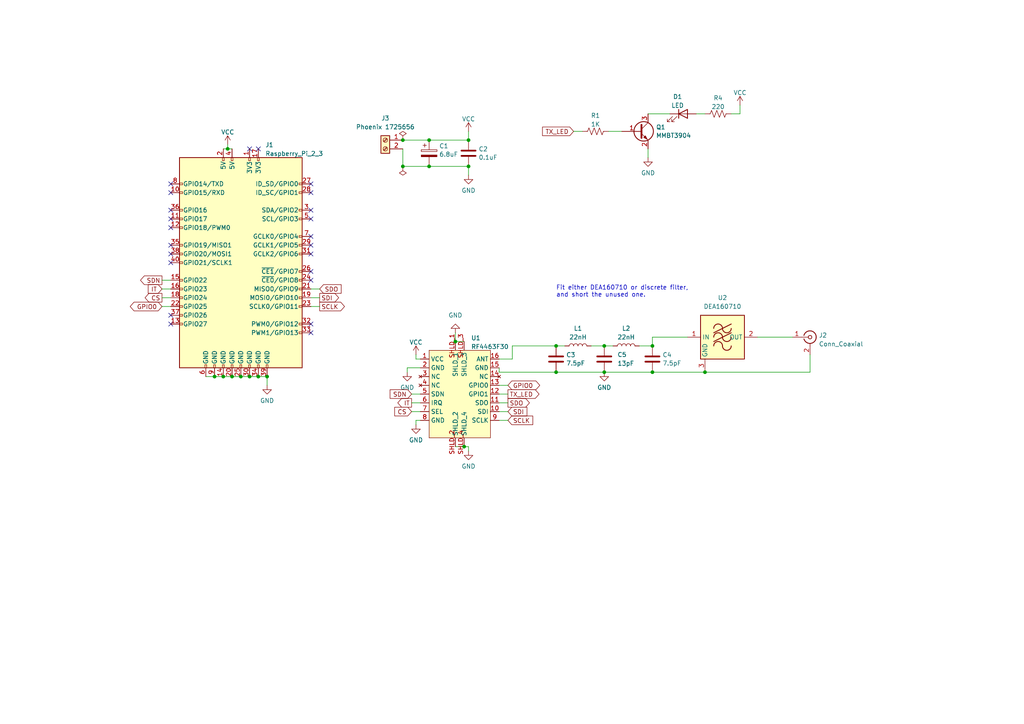
<source format=kicad_sch>
(kicad_sch (version 20230121) (generator eeschema)
  (paper "A4")
  (title_block (date "2023-12-28") (comment 1 "LPF added by HB9EGM"))
  (lib_symbols
    (symbol "Connector:Conn_Coaxial" (pin_names (offset 1.016) hide)
      (property "Reference" "J" (at 0.254 3.048 0))
      (property "Value" "Conn_Coaxial" (at 2.921 0 90))
      (symbol "Conn_Coaxial_0_1"
        (arc (start -1.778 -0.508) (mid 0.2311 -1.8066) (end 1.778 0) (stroke (width 0.254)))
        (polyline (pts (xy -2.54 0) (xy -0.508 0)))
        (polyline (pts (xy 0 -2.54) (xy 0 -1.778)))
        (circle (center 0 0) (radius 0.508) (stroke (width 0.2032)))
        (arc (start 1.778 0) (mid 0.2099 1.8101) (end -1.778 0.508) (stroke (width 0.254)))
      )
      (symbol "Conn_Coaxial_1_1"
        (pin passive line (at -5.08 0 0) (length 2.54) (name "In") (number "1"))
        (pin passive line (at 0 -5.08 90) (length 2.54) (name "Ext") (number "2"))
      )
    )
    (symbol "Connector:Raspberry_Pi_2_3" (pin_names (offset 1.016))
      (property "Reference" "J" (at -17.78 31.75 0))
      (property "Value" "Raspberry_Pi_2_3" (at 10.16 -31.75 0))
      (symbol "Raspberry_Pi_2_3_0_1"
        (rectangle (start -17.78 30.48) (end 17.78 -30.48) (stroke (width 0.254)) (fill (type background)))
      )
      (symbol "Raspberry_Pi_2_3_1_1"
        (rectangle (start -16.891 -17.526) (end -17.78 -18.034))
        (rectangle (start -16.891 -14.986) (end -17.78 -15.494))
        (rectangle (start -16.891 -12.446) (end -17.78 -12.954))
        (rectangle (start -16.891 -9.906) (end -17.78 -10.414))
        (rectangle (start -16.891 -7.366) (end -17.78 -7.874))
        (rectangle (start -16.891 -4.826) (end -17.78 -5.334))
        (rectangle (start -16.891 0.254) (end -17.78 -0.254))
        (rectangle (start -16.891 2.794) (end -17.78 2.286))
        (rectangle (start -16.891 5.334) (end -17.78 4.826))
        (rectangle (start -16.891 10.414) (end -17.78 9.906))
        (rectangle (start -16.891 12.954) (end -17.78 12.446))
        (rectangle (start -16.891 15.494) (end -17.78 14.986))
        (rectangle (start -16.891 20.574) (end -17.78 20.066))
        (rectangle (start -16.891 23.114) (end -17.78 22.606))
        (rectangle (start -10.414 -29.591) (end -9.906 -30.48))
        (rectangle (start -7.874 -29.591) (end -7.366 -30.48))
        (rectangle (start -5.334 -29.591) (end -4.826 -30.48))
        (rectangle (start -5.334 30.48) (end -4.826 29.591))
        (rectangle (start -2.794 -29.591) (end -2.286 -30.48))
        (rectangle (start -2.794 30.48) (end -2.286 29.591))
        (rectangle (start -0.254 -29.591) (end 0.254 -30.48))
        (rectangle (start 2.286 -29.591) (end 2.794 -30.48))
        (rectangle (start 2.286 30.48) (end 2.794 29.591))
        (rectangle (start 4.826 -29.591) (end 5.334 -30.48))
        (rectangle (start 4.826 30.48) (end 5.334 29.591))
        (rectangle (start 7.366 -29.591) (end 7.874 -30.48))
        (rectangle (start 17.78 -20.066) (end 16.891 -20.574))
        (rectangle (start 17.78 -17.526) (end 16.891 -18.034))
        (rectangle (start 17.78 -12.446) (end 16.891 -12.954))
        (rectangle (start 17.78 -9.906) (end 16.891 -10.414))
        (rectangle (start 17.78 -7.366) (end 16.891 -7.874))
        (rectangle (start 17.78 -4.826) (end 16.891 -5.334))
        (rectangle (start 17.78 -2.286) (end 16.891 -2.794))
        (rectangle (start 17.78 2.794) (end 16.891 2.286))
        (rectangle (start 17.78 5.334) (end 16.891 4.826))
        (rectangle (start 17.78 7.874) (end 16.891 7.366))
        (rectangle (start 17.78 12.954) (end 16.891 12.446))
        (rectangle (start 17.78 15.494) (end 16.891 14.986))
        (rectangle (start 17.78 20.574) (end 16.891 20.066))
        (rectangle (start 17.78 23.114) (end 16.891 22.606))
        (pin power_in line (at 2.54 33.02 270) (length 2.54) (name "3V3") (number "1"))
        (pin bidirectional line (at -20.32 20.32 0) (length 2.54) (name "GPIO15/RXD") (number "10"))
        (pin bidirectional line (at -20.32 12.7 0) (length 2.54) (name "GPIO17") (number "11"))
        (pin bidirectional line (at -20.32 10.16 0) (length 2.54) (name "GPIO18/PWM0") (number "12"))
        (pin bidirectional line (at -20.32 -17.78 0) (length 2.54) (name "GPIO27") (number "13"))
        (pin power_in line (at -5.08 -33.02 90) (length 2.54) (name "GND") (number "14"))
        (pin bidirectional line (at -20.32 -5.08 0) (length 2.54) (name "GPIO22") (number "15"))
        (pin bidirectional line (at -20.32 -7.62 0) (length 2.54) (name "GPIO23") (number "16"))
        (pin power_in line (at 5.08 33.02 270) (length 2.54) (name "3V3") (number "17"))
        (pin bidirectional line (at -20.32 -10.16 0) (length 2.54) (name "GPIO24") (number "18"))
        (pin bidirectional line (at 20.32 -10.16 180) (length 2.54) (name "MOSI0/GPIO10") (number "19"))
        (pin power_in line (at -5.08 33.02 270) (length 2.54) (name "5V") (number "2"))
        (pin power_in line (at -2.54 -33.02 90) (length 2.54) (name "GND") (number "20"))
        (pin bidirectional line (at 20.32 -7.62 180) (length 2.54) (name "MISO0/GPIO9") (number "21"))
        (pin bidirectional line (at -20.32 -12.7 0) (length 2.54) (name "GPIO25") (number "22"))
        (pin bidirectional line (at 20.32 -12.7 180) (length 2.54) (name "SCLK0/GPIO11") (number "23"))
        (pin bidirectional line (at 20.32 -5.08 180) (length 2.54) (name "~{CE0}/GPIO8") (number "24"))
        (pin power_in line (at 0 -33.02 90) (length 2.54) (name "GND") (number "25"))
        (pin bidirectional line (at 20.32 -2.54 180) (length 2.54) (name "~{CE1}/GPIO7") (number "26"))
        (pin bidirectional line (at 20.32 22.86 180) (length 2.54) (name "ID_SD/GPIO0") (number "27"))
        (pin bidirectional line (at 20.32 20.32 180) (length 2.54) (name "ID_SC/GPIO1") (number "28"))
        (pin bidirectional line (at 20.32 5.08 180) (length 2.54) (name "GCLK1/GPIO5") (number "29"))
        (pin bidirectional line (at 20.32 15.24 180) (length 2.54) (name "SDA/GPIO2") (number "3"))
        (pin power_in line (at 2.54 -33.02 90) (length 2.54) (name "GND") (number "30"))
        (pin bidirectional line (at 20.32 2.54 180) (length 2.54) (name "GCLK2/GPIO6") (number "31"))
        (pin bidirectional line (at 20.32 -17.78 180) (length 2.54) (name "PWM0/GPIO12") (number "32"))
        (pin bidirectional line (at 20.32 -20.32 180) (length 2.54) (name "PWM1/GPIO13") (number "33"))
        (pin power_in line (at 5.08 -33.02 90) (length 2.54) (name "GND") (number "34"))
        (pin bidirectional line (at -20.32 5.08 0) (length 2.54) (name "GPIO19/MISO1") (number "35"))
        (pin bidirectional line (at -20.32 15.24 0) (length 2.54) (name "GPIO16") (number "36"))
        (pin bidirectional line (at -20.32 -15.24 0) (length 2.54) (name "GPIO26") (number "37"))
        (pin bidirectional line (at -20.32 2.54 0) (length 2.54) (name "GPIO20/MOSI1") (number "38"))
        (pin power_in line (at 7.62 -33.02 90) (length 2.54) (name "GND") (number "39"))
        (pin power_in line (at -2.54 33.02 270) (length 2.54) (name "5V") (number "4"))
        (pin bidirectional line (at -20.32 0 0) (length 2.54) (name "GPIO21/SCLK1") (number "40"))
        (pin bidirectional line (at 20.32 12.7 180) (length 2.54) (name "SCL/GPIO3") (number "5"))
        (pin power_in line (at -10.16 -33.02 90) (length 2.54) (name "GND") (number "6"))
        (pin bidirectional line (at 20.32 7.62 180) (length 2.54) (name "GCLK0/GPIO4") (number "7"))
        (pin bidirectional line (at -20.32 22.86 0) (length 2.54) (name "GPIO14/TXD") (number "8"))
        (pin power_in line (at -7.62 -33.02 90) (length 2.54) (name "GND") (number "9"))
      )
    )
    (symbol "Connector:Screw_Terminal_01x02" (pin_names (offset 1.016) hide)
      (property "Reference" "J" (at 0 2.54 0))
      (property "Value" "Screw_Terminal_01x02" (at 0 -5.08 0))
      (symbol "Screw_Terminal_01x02_1_1"
        (rectangle (start -1.27 1.27) (end 1.27 -3.81) (stroke (width 0.254)) (fill (type background)))
        (circle (center 0 -2.54) (radius 0.635) (stroke (width 0.1524)))
        (polyline (pts (xy -0.5334 -2.2098) (xy 0.3302 -3.048)) (stroke (width 0.1524)))
        (polyline (pts (xy -0.5334 0.3302) (xy 0.3302 -0.508)) (stroke (width 0.1524)))
        (polyline (pts (xy -0.3556 -2.032) (xy 0.508 -2.8702)) (stroke (width 0.1524)))
        (polyline (pts (xy -0.3556 0.508) (xy 0.508 -0.3302)) (stroke (width 0.1524)))
        (circle (center 0 0) (radius 0.635) (stroke (width 0.1524)))
        (pin passive line (at -5.08 0 0) (length 3.81) (name "Pin_1") (number "1"))
        (pin passive line (at -5.08 -2.54 0) (length 3.81) (name "Pin_2") (number "2"))
      )
    )
    (symbol "Device:C" (pin_numbers hide) (pin_names (offset 0.254))
      (property "Reference" "C" (at 0.635 2.54 0))
      (property "Value" "C" (at 0.635 -2.54 0))
      (symbol "C_0_1"
        (polyline (pts (xy -2.032 -0.762) (xy 2.032 -0.762)) (stroke (width 0.508)))
        (polyline (pts (xy -2.032 0.762) (xy 2.032 0.762)) (stroke (width 0.508)))
      )
      (symbol "C_1_1"
        (pin passive line (at 0 3.81 270) (length 2.794) (name "~") (number "1"))
        (pin passive line (at 0 -3.81 90) (length 2.794) (name "~") (number "2"))
      )
    )
    (symbol "Device:C_Polarized" (pin_numbers hide) (pin_names (offset 0.254))
      (property "Reference" "C" (at 0.635 2.54 0))
      (property "Value" "C_Polarized" (at 0.635 -2.54 0))
      (symbol "C_Polarized_0_1"
        (rectangle (start -2.286 0.508) (end 2.286 1.016))
        (polyline (pts (xy -1.778 2.286) (xy -0.762 2.286)))
        (polyline (pts (xy -1.27 2.794) (xy -1.27 1.778)))
        (rectangle (start 2.286 -0.508) (end -2.286 -1.016) (fill (type outline)))
      )
      (symbol "C_Polarized_1_1"
        (pin passive line (at 0 3.81 270) (length 2.794) (name "~") (number "1"))
        (pin passive line (at 0 -3.81 90) (length 2.794) (name "~") (number "2"))
      )
    )
    (symbol "Device:L" (pin_numbers hide) (pin_names (offset 1.016) hide)
      (property "Reference" "L" (at -1.27 0 90))
      (property "Value" "L" (at 1.905 0 90))
      (symbol "L_0_1"
        (arc (start 0 -2.54) (mid 0.6323 -1.905) (end 0 -1.27))
        (arc (start 0 -1.27) (mid 0.6323 -0.635) (end 0 0))
        (arc (start 0 0) (mid 0.6323 0.635) (end 0 1.27))
        (arc (start 0 1.27) (mid 0.6323 1.905) (end 0 2.54))
      )
      (symbol "L_1_1"
        (pin passive line (at 0 3.81 270) (length 1.27) (name "1") (number "1"))
        (pin passive line (at 0 -3.81 90) (length 1.27) (name "2") (number "2"))
      )
    )
    (symbol "Device:LED" (pin_numbers hide) (pin_names (offset 1.016) hide)
      (property "Reference" "D" (at 0 2.54 0))
      (property "Value" "LED" (at 0 -2.54 0))
      (symbol "LED_0_1"
        (polyline (pts (xy -1.27 -1.27) (xy -1.27 1.27)) (stroke (width 0.254)))
        (polyline (pts (xy -1.27 0) (xy 1.27 0)))
        (polyline (pts (xy 1.27 -1.27) (xy 1.27 1.27) (xy -1.27 0) (xy 1.27 -1.27)) (stroke (width 0.254)))
        (polyline (pts (xy -3.048 -0.762) (xy -4.572 -2.286) (xy -3.81 -2.286) (xy -4.572 -2.286) (xy -4.572 -1.524)))
        (polyline (pts (xy -1.778 -0.762) (xy -3.302 -2.286) (xy -2.54 -2.286) (xy -3.302 -2.286) (xy -3.302 -1.524)))
      )
      (symbol "LED_1_1"
        (pin passive line (at -3.81 0 0) (length 2.54) (name "K") (number "1"))
        (pin passive line (at 3.81 0 180) (length 2.54) (name "A") (number "2"))
      )
    )
    (symbol "Device:R_US" (pin_numbers hide) (pin_names (offset 0))
      (property "Reference" "R" (at 2.54 0 90))
      (property "Value" "R_US" (at -2.54 0 90))
      (symbol "R_US_0_1"
        (polyline (pts (xy 0 -2.286) (xy 0 -2.54)))
        (polyline (pts (xy 0 2.286) (xy 0 2.54)))
        (polyline (pts (xy 0 -0.762) (xy 1.016 -1.143) (xy 0 -1.524) (xy -1.016 -1.905) (xy 0 -2.286)))
        (polyline (pts (xy 0 0.762) (xy 1.016 0.381) (xy 0 0) (xy -1.016 -0.381) (xy 0 -0.762)))
        (polyline (pts (xy 0 2.286) (xy 1.016 1.905) (xy 0 1.524) (xy -1.016 1.143) (xy 0 0.762)))
      )
      (symbol "R_US_1_1"
        (pin passive line (at 0 3.81 270) (length 1.27) (name "~") (number "1"))
        (pin passive line (at 0 -3.81 90) (length 1.27) (name "~") (number "2"))
      )
    )
    (symbol "Transistor_BJT:MMBT3904" (pin_names (offset 0) hide)
      (property "Reference" "Q" (at 5.08 1.905 0))
      (property "Value" "MMBT3904" (at 5.08 0 0))
      (symbol "MMBT3904_0_1"
        (polyline (pts (xy 0.635 0.635) (xy 2.54 2.54)))
        (polyline (pts (xy 0.635 -0.635) (xy 2.54 -2.54) (xy 2.54 -2.54)))
        (polyline (pts (xy 0.635 1.905) (xy 0.635 -1.905) (xy 0.635 -1.905)) (stroke (width 0.508)))
        (polyline (pts (xy 1.27 -1.778) (xy 1.778 -1.27) (xy 2.286 -2.286) (xy 1.27 -1.778) (xy 1.27 -1.778)) (fill (type outline)))
        (circle (center 1.27 0) (radius 2.8194) (stroke (width 0.254)))
      )
      (symbol "MMBT3904_1_1"
        (pin input line (at -5.08 0 0) (length 5.715) (name "B") (number "1"))
        (pin passive line (at 2.54 -5.08 90) (length 2.54) (name "E") (number "2"))
        (pin passive line (at 2.54 5.08 270) (length 2.54) (name "C") (number "3"))
      )
    )
    (symbol "pi-transceiver:DEA160710"
      (property "Reference" "U" (at 0 10.16 0))
      (property "Value" "DEA160710" (at 0 7.62 0))
      (symbol "DEA160710_0_1"
        (rectangle (start -6.35 6.35) (end 6.35 -6.35) (stroke (width 0.254)) (fill (type background)))
        (arc (start 0 -2.54) (mid -1.27 -1.2755) (end -2.54 -2.54) (stroke (width 0.254)))
        (arc (start 0 -2.54) (mid 1.27 -3.8045) (end 2.54 -2.54) (stroke (width 0.254)))
        (arc (start 0 0) (mid -1.27 1.2645) (end -2.54 0) (stroke (width 0.254)))
        (polyline (pts (xy -2.54 -1.27) (xy 2.54 1.27)) (stroke (width 0.254)))
        (polyline (pts (xy -2.54 1.27) (xy 2.54 3.81)) (stroke (width 0.254)))
        (arc (start 0 0) (mid 1.27 -1.2645) (end 2.54 0) (stroke (width 0.254)))
        (arc (start 0 2.54) (mid -1.27 3.8045) (end -2.54 2.54) (stroke (width 0.254)))
        (arc (start 0 2.54) (mid 1.27 1.2755) (end 2.54 2.54) (stroke (width 0.254)))
      )
      (symbol "DEA160710_1_1"
        (pin input line (at -10.16 0 0) (length 3.81) (name "IN") (number "1"))
        (pin output line (at 10.16 0 180) (length 3.81) (name "OUT") (number "2"))
        (pin power_in line (at -5.08 -10.16 90) (length 3.81) (name "GND") (number "3"))
      )
    )
    (symbol "power:GND" (power) (pin_names (offset 0))
      (property "Value" "GND" (at 0 -3.81 0))
      (symbol "GND_0_1"
        (polyline (pts (xy 0 0) (xy 0 -1.27) (xy 1.27 -1.27) (xy 0 -2.54) (xy -1.27 -1.27) (xy 0 -1.27)))
      )
      (symbol "GND_1_1"
        (pin power_in line (at 0 0 270) (length 0) hide (name "GND") (number "1"))
      )
    )
    (symbol "power:PWR_FLAG" (power) (pin_numbers hide) (pin_names (offset 0) hide)
      (property "Value" "PWR_FLAG" (at 0 3.81 0))
      (symbol "PWR_FLAG_0_0"
        (pin power_out line (at 0 0 90) (length 0) (name "pwr") (number "1"))
      )
      (symbol "PWR_FLAG_0_1"
        (polyline (pts (xy 0 0) (xy 0 1.27) (xy -1.016 1.905) (xy 0 2.54) (xy 1.016 1.905) (xy 0 1.27)))
      )
    )
    (symbol "power:VCC" (power) (pin_names (offset 0))
      (property "Value" "VCC" (at 0 3.81 0))
      (symbol "VCC_0_1"
        (polyline (pts (xy -0.762 1.27) (xy 0 2.54)))
        (polyline (pts (xy 0 0) (xy 0 2.54)))
        (polyline (pts (xy 0 2.54) (xy 0.762 1.27)))
      )
      (symbol "VCC_1_1"
        (pin power_in line (at 0 0 90) (length 0) hide (name "VCC") (number "1"))
      )
    )
    (symbol "scd31:RF4463F30"
      (property "Reference" "U" (at -6.35 16.51 0))
      (property "Value" "RF4463F30" (at 10.16 16.51 0))
      (symbol "RF4463F30_0_1"
        (rectangle (start -7.62 15.24) (end 10.16 -10.16) (fill (type background)))
      )
      (symbol "RF4463F30_1_1"
        (pin power_in line (at -10.16 12.7 0) (length 2.54) (name "VCC") (number "1"))
        (pin input line (at 12.7 -2.54 180) (length 2.54) (name "SDI") (number "10"))
        (pin output line (at 12.7 0 180) (length 2.54) (name "SDO") (number "11"))
        (pin bidirectional line (at 12.7 2.54 180) (length 2.54) (name "GPIO1") (number "12"))
        (pin bidirectional line (at 12.7 5.08 180) (length 2.54) (name "GPIO0") (number "13"))
        (pin no_connect line (at 12.7 7.62 180) (length 2.54) (name "NC") (number "14"))
        (pin power_in line (at 12.7 10.16 180) (length 2.54) (name "GND") (number "15"))
        (pin output line (at 12.7 12.7 180) (length 2.54) (name "ANT") (number "16"))
        (pin power_in line (at -10.16 10.16 0) (length 2.54) (name "GND") (number "2"))
        (pin no_connect line (at -10.16 7.62 0) (length 2.54) (name "NC") (number "3"))
        (pin no_connect line (at -10.16 5.08 0) (length 2.54) (name "NC") (number "4"))
        (pin input line (at -10.16 2.54 0) (length 2.54) (name "SDN") (number "5"))
        (pin output line (at -10.16 0 0) (length 2.54) (name "IRQ") (number "6"))
        (pin input line (at -10.16 -2.54 0) (length 2.54) (name "SEL") (number "7"))
        (pin power_in line (at -10.16 -5.08 0) (length 2.54) (name "GND") (number "8"))
        (pin input line (at 12.7 -5.08 180) (length 2.54) (name "SCLK") (number "9"))
        (pin power_in line (at 0 17.78 270) (length 2.54) (name "SHLD_1") (number "SHLD_1"))
        (pin power_in line (at 0 -12.7 90) (length 2.54) (name "SHLD_2") (number "SHLD_2"))
        (pin power_in line (at 2.54 17.78 270) (length 2.54) (name "SHLD_3") (number "SHLD_3"))
        (pin power_in line (at 2.54 -12.7 90) (length 2.54) (name "SHLD_4") (number "SHLD_4"))
      )
    )
  )
  (junction (at 175.26 100.33))
  (junction (at 204.47 107.95))
  (junction (at 161.29 107.95))
  (junction (at 189.23 107.95))
  (junction (at 69.85 109.22))
  (junction (at 161.29 100.33))
  (junction (at 135.89 48.26))
  (junction (at 124.46 40.64))
  (junction (at 74.93 109.22))
  (junction (at 134.62 129.54))
  (junction (at 189.23 100.33))
  (junction (at 67.31 109.22))
  (junction (at 132.08 99.06))
  (junction (at 66.04 43.18))
  (junction (at 175.26 107.95))
  (junction (at 124.46 48.26))
  (junction (at 72.39 109.22))
  (junction (at 116.84 40.64))
  (junction (at 64.77 109.22))
  (junction (at 62.23 109.22))
  (junction (at 135.89 40.64))
  (junction (at 77.47 109.22))
  (junction (at 116.84 48.26))
  (no_connect (at 49.53 71.12))
  (no_connect (at 72.39 43.18))
  (no_connect (at 90.17 96.52))
  (no_connect (at 90.17 60.96))
  (no_connect (at 90.17 53.34))
  (no_connect (at 49.53 91.44))
  (no_connect (at 90.17 78.74))
  (no_connect (at 49.53 76.2))
  (no_connect (at 90.17 81.28))
  (no_connect (at 90.17 93.98))
  (no_connect (at 49.53 55.88))
  (no_connect (at 90.17 73.66))
  (no_connect (at 90.17 71.12))
  (no_connect (at 49.53 53.34))
  (no_connect (at 49.53 60.96))
  (no_connect (at 49.53 63.5))
  (no_connect (at 90.17 68.58))
  (no_connect (at 49.53 66.04))
  (no_connect (at 49.53 73.66))
  (no_connect (at 49.53 93.98))
  (no_connect (at 90.17 63.5))
  (no_connect (at 74.93 43.18))
  (no_connect (at 90.17 55.88))
  (wire (pts (xy 59.69 109.22) (xy 62.23 109.22)))
  (wire (pts (xy 46.99 81.28) (xy 49.53 81.28)))
  (wire (pts (xy 219.71 97.79) (xy 229.87 97.79)))
  (wire (pts (xy 90.17 86.36) (xy 92.71 86.36)))
  (wire (pts (xy 77.47 109.22) (xy 77.47 111.76)))
  (wire (pts (xy 175.26 107.95) (xy 189.23 107.95)))
  (wire (pts (xy 201.93 33.02) (xy 204.47 33.02)))
  (wire (pts (xy 118.11 106.68) (xy 118.11 107.95)))
  (wire (pts (xy 132.08 129.54) (xy 134.62 129.54)))
  (wire (pts (xy 234.95 107.95) (xy 234.95 102.87)))
  (wire (pts (xy 144.78 104.14) (xy 148.59 104.14)))
  (wire (pts (xy 124.46 40.64) (xy 135.89 40.64)))
  (wire (pts (xy 66.04 43.18) (xy 64.77 43.18)))
  (wire (pts (xy 119.38 119.38) (xy 121.92 119.38)))
  (wire (pts (xy 132.08 99.06) (xy 134.62 99.06)))
  (wire (pts (xy 124.46 48.26) (xy 135.89 48.26)))
  (wire (pts (xy 64.77 109.22) (xy 67.31 109.22)))
  (wire (pts (xy 187.96 43.18) (xy 187.96 45.72)))
  (wire (pts (xy 212.09 33.02) (xy 214.63 33.02)))
  (wire (pts (xy 120.65 104.14) (xy 120.65 102.87)))
  (wire (pts (xy 144.78 107.95) (xy 144.78 106.68)))
  (wire (pts (xy 144.78 121.92) (xy 147.32 121.92)))
  (wire (pts (xy 46.99 86.36) (xy 49.53 86.36)))
  (wire (pts (xy 166.37 38.1) (xy 168.91 38.1)))
  (wire (pts (xy 69.85 109.22) (xy 72.39 109.22)))
  (wire (pts (xy 120.65 121.92) (xy 120.65 123.19)))
  (wire (pts (xy 62.23 109.22) (xy 64.77 109.22)))
  (wire (pts (xy 144.78 111.76) (xy 147.32 111.76)))
  (wire (pts (xy 144.78 107.95) (xy 161.29 107.95)))
  (wire (pts (xy 144.78 119.38) (xy 147.32 119.38)))
  (wire (pts (xy 135.89 129.54) (xy 135.89 130.81)))
  (wire (pts (xy 46.99 88.9) (xy 49.53 88.9)))
  (wire (pts (xy 171.45 100.33) (xy 175.26 100.33)))
  (wire (pts (xy 90.17 88.9) (xy 92.71 88.9)))
  (wire (pts (xy 134.62 129.54) (xy 135.89 129.54)))
  (wire (pts (xy 119.38 114.3) (xy 121.92 114.3)))
  (wire (pts (xy 175.26 100.33) (xy 177.8 100.33)))
  (wire (pts (xy 148.59 100.33) (xy 161.29 100.33)))
  (wire (pts (xy 161.29 107.95) (xy 175.26 107.95)))
  (wire (pts (xy 116.84 40.64) (xy 124.46 40.64)))
  (wire (pts (xy 67.31 109.22) (xy 69.85 109.22)))
  (wire (pts (xy 144.78 114.3) (xy 147.32 114.3)))
  (wire (pts (xy 66.04 41.91) (xy 66.04 43.18)))
  (wire (pts (xy 90.17 83.82) (xy 92.71 83.82)))
  (wire (pts (xy 121.92 121.92) (xy 120.65 121.92)))
  (wire (pts (xy 121.92 104.14) (xy 120.65 104.14)))
  (wire (pts (xy 148.59 104.14) (xy 148.59 100.33)))
  (wire (pts (xy 119.38 116.84) (xy 121.92 116.84)))
  (wire (pts (xy 135.89 38.1) (xy 135.89 40.64)))
  (wire (pts (xy 74.93 109.22) (xy 77.47 109.22)))
  (wire (pts (xy 189.23 100.33) (xy 189.23 97.79)))
  (wire (pts (xy 214.63 30.48) (xy 214.63 33.02)))
  (wire (pts (xy 67.31 43.18) (xy 66.04 43.18)))
  (wire (pts (xy 144.78 116.84) (xy 147.32 116.84)))
  (wire (pts (xy 204.47 107.95) (xy 234.95 107.95)))
  (wire (pts (xy 135.89 48.26) (xy 135.89 50.8)))
  (wire (pts (xy 116.84 43.18) (xy 116.84 48.26)))
  (wire (pts (xy 72.39 109.22) (xy 74.93 109.22)))
  (wire (pts (xy 46.99 83.82) (xy 49.53 83.82)))
  (wire (pts (xy 121.92 106.68) (xy 118.11 106.68)))
  (wire (pts (xy 189.23 107.95) (xy 204.47 107.95)))
  (wire (pts (xy 132.08 99.06) (xy 132.08 96.52)))
  (wire (pts (xy 185.42 100.33) (xy 189.23 100.33)))
  (wire (pts (xy 187.96 33.02) (xy 194.31 33.02)))
  (wire (pts (xy 189.23 97.79) (xy 199.39 97.79)))
  (wire (pts (xy 176.53 38.1) (xy 180.34 38.1)))
  (wire (pts (xy 116.84 48.26) (xy 124.46 48.26)))
  (wire (pts (xy 161.29 100.33) (xy 163.83 100.33)))
  (text "Fit either DEA160710 or discrete filter,\nand short the unused one." (at 161.29 86.36 0) (effects (font (size 1.27 1.27)) (justify left bottom)))
  (global_label "SDO" (shape output) (at 147.32 116.84 0) (property "Intersheetrefs" "${INTERSHEET_REFS}" (effects hide)))
  (global_label "CS" (shape input) (at 119.38 119.38 180) (property "Intersheetrefs" "${INTERSHEET_REFS}" (effects hide)))
  (global_label "SDO" (shape input) (at 92.71 83.82 0) (property "Intersheetrefs" "${INTERSHEET_REFS}" (effects hide)))
  (global_label "GPIO0" (shape bidirectional) (at 147.32 111.76 0) (property "Intersheetrefs" "${INTERSHEET_REFS}" (effects hide)))
  (global_label "TX_LED" (shape input) (at 166.37 38.1 180) (property "Intersheetrefs" "${INTERSHEET_REFS}" (effects hide)))
  (global_label "SDN" (shape input) (at 119.38 114.3 180) (property "Intersheetrefs" "${INTERSHEET_REFS}" (effects hide)))
  (global_label "IT" (shape output) (at 119.38 116.84 180) (property "Intersheetrefs" "${INTERSHEET_REFS}" (effects hide)))
  (global_label "SDN" (shape output) (at 46.99 81.28 180) (property "Intersheetrefs" "${INTERSHEET_REFS}" (effects hide)))
  (global_label "IT" (shape input) (at 46.99 83.82 180) (property "Intersheetrefs" "${INTERSHEET_REFS}" (effects hide)))
  (global_label "SDI" (shape output) (at 92.71 86.36 0) (property "Intersheetrefs" "${INTERSHEET_REFS}" (effects hide)))
  (global_label "SDI" (shape input) (at 147.32 119.38 0) (property "Intersheetrefs" "${INTERSHEET_REFS}" (effects hide)))
  (global_label "SCLK" (shape input) (at 147.32 121.92 0) (property "Intersheetrefs" "${INTERSHEET_REFS}" (effects hide)))
  (global_label "GPIO0" (shape bidirectional) (at 46.99 88.9 180) (property "Intersheetrefs" "${INTERSHEET_REFS}" (effects hide)))
  (global_label "TX_LED" (shape output) (at 147.32 114.3 0) (property "Intersheetrefs" "${INTERSHEET_REFS}" (effects hide)))
  (global_label "CS" (shape output) (at 46.99 86.36 180) (property "Intersheetrefs" "${INTERSHEET_REFS}" (effects hide)))
  (global_label "SCLK" (shape output) (at 92.71 88.9 0) (property "Intersheetrefs" "${INTERSHEET_REFS}" (effects hide)))
  (symbol (lib_id "Device:R_US") (at 208.28 33.02 90) (unit 1)
    (property "Reference" "R4" (at 208.28 28.4312 90))
    (property "Value" "220" (at 208.28 30.9681 90))
    (property "Footprint" "Resistor_SMD:R_0603_1608Metric" (effects hide))
  )
  (symbol (lib_id "Connector:Raspberry_Pi_2_3") (at 69.85 76.2 0) (unit 1)
    (property "Reference" "J1" (at 76.9494 42.0202 0) (effects (justify left)))
    (property "Value" "Raspberry_Pi_2_3" (at 76.9494 44.5571 0) (effects (justify left)))
    (property "Footprint" "Module:Raspberry_Pi_Zero_Socketed_THT_FaceDown_MountingHoles" (effects hide))
    (property "Datasheet" "https://www.raspberrypi.org/documentation/hardware/raspberrypi/schematics/rpi_SCH_3bplus_1p0_reduced.pdf" (effects hide))
  )
  (symbol (lib_id "pi-transceiver:DEA160710") (at 209.55 97.79 0) (unit 1)
    (property "Reference" "U2" (at 209.55 86.36 0))
    (property "Value" "DEA160710" (at 209.55 88.9 0))
    (property "Footprint" "pi-transceiver:DEA160710LT_HandSolder" (effects hide))
  )
  (symbol (lib_id "power:GND") (at 187.96 45.72 0) (unit 1)
    (property "Reference" "#PWR0101" (effects hide))
    (property "Value" "GND" (at 187.96 50.1634 0))
  )
  (symbol (lib_id "Device:C") (at 175.26 104.14 0) (unit 1)
    (property "Reference" "C5" (at 179.07 102.87 0) (effects (justify left)))
    (property "Value" "13pF" (at 179.07 105.41 0) (effects (justify left)))
    (property "Footprint" "Capacitor_SMD:C_0603_1608Metric" (effects hide))
  )
  (symbol (lib_id "power:VCC") (at 66.04 41.91 0) (unit 1)
    (property "Reference" "#PWR0105" (effects hide))
    (property "Value" "VCC" (at 66.04 38.3342 0))
  )
  (symbol (lib_id "power:VCC") (at 214.63 30.48 0) (unit 1)
    (property "Reference" "#PWR0102" (effects hide))
    (property "Value" "VCC" (at 214.63 26.9042 0))
  )
  (symbol (lib_id "power:PWR_FLAG") (at 116.84 48.26 180) (unit 1)
    (property "Reference" "#FLG02" (effects hide))
    (property "Value" "PWR_FLAG" (effects hide))
  )
  (symbol (lib_id "scd31:RF4463F30") (at 132.08 116.84 0) (unit 1)
    (property "Reference" "U1" (at 136.6394 98.0272 0) (effects (justify left)))
    (property "Value" "RF4463F30" (at 136.6394 100.5641 0) (effects (justify left)))
    (property "Footprint" "npr70:RF4463F30" (effects hide))
  )
  (symbol (lib_id "Device:C") (at 189.23 104.14 0) (unit 1)
    (property "Reference" "C4" (at 192.151 102.9279 0) (effects (justify left)))
    (property "Value" "7.5pF" (at 192.151 105.3521 0) (effects (justify left)))
    (property "Footprint" "Capacitor_SMD:C_0603_1608Metric" (effects hide))
  )
  (symbol (lib_id "Device:C") (at 161.29 104.14 0) (unit 1)
    (property "Reference" "C3" (at 164.211 102.9279 0) (effects (justify left)))
    (property "Value" "7.5pF" (at 164.211 105.3521 0) (effects (justify left)))
    (property "Footprint" "Capacitor_SMD:C_0603_1608Metric" (effects hide))
  )
  (symbol (lib_id "power:GND") (at 175.26 107.95 0) (unit 1)
    (property "Reference" "#PWR01" (effects hide))
    (property "Value" "GND" (at 175.26 112.3934 0))
  )
  (symbol (lib_id "Device:LED") (at 198.12 33.02 0) (unit 1)
    (property "Reference" "D1" (at 196.5325 28.0502 0))
    (property "Value" "LED" (at 196.5325 30.5871 0))
    (property "Footprint" "LED_SMD:LED_0805_2012Metric_Pad1.15x1.40mm_HandSolder" (effects hide))
  )
  (symbol (lib_id "power:GND") (at 118.11 107.95 0) (unit 1)
    (property "Reference" "#PWR0110" (effects hide))
    (property "Value" "GND" (at 118.11 112.3934 0))
  )
  (symbol (lib_id "power:GND") (at 120.65 123.19 0) (unit 1)
    (property "Reference" "#PWR0109" (effects hide))
    (property "Value" "GND" (at 120.65 127.6334 0))
  )
  (symbol (lib_id "Connector:Screw_Terminal_01x02") (at 111.76 40.64 0) (mirror y) (unit 1)
    (property "Reference" "J3" (at 111.76 34.29 0))
    (property "Value" "Phoenix 1725656" (at 111.76 36.83 0))
    (property "Footprint" "TerminalBlock_Phoenix:TerminalBlock_Phoenix_MPT-0,5-2-2.54_1x02_P2.54mm_Horizontal" (effects hide))
    (property "MPN" "1725656" (effects hide))
  )
  (symbol (lib_id "power:GND") (at 135.89 130.81 0) (unit 1)
    (property "Reference" "#PWR0107" (effects hide))
    (property "Value" "GND" (at 135.89 135.2534 0))
  )
  (symbol (lib_id "power:GND") (at 132.08 96.52 180) (unit 1)
    (property "Reference" "#PWR0108" (effects hide))
    (property "Value" "GND" (at 132.08 91.44 0))
  )
  (symbol (lib_id "power:PWR_FLAG") (at 116.84 40.64 0) (unit 1)
    (property "Reference" "#FLG01" (effects hide))
    (property "Value" "PWR_FLAG" (effects hide))
  )
  (symbol (lib_id "Device:C_Polarized") (at 124.46 44.45 0) (unit 1)
    (property "Reference" "C1" (at 127.381 42.3489 0) (effects (justify left)))
    (property "Value" "6.8uF" (at 127.381 44.7731 0) (effects (justify left)))
    (property "Footprint" "Capacitor_SMD:C_1206_3216Metric" (effects hide))
  )
  (symbol (lib_id "Device:C") (at 135.89 44.45 0) (unit 1)
    (property "Reference" "C2" (at 138.811 43.2379 0) (effects (justify left)))
    (property "Value" "0.1uF" (at 138.811 45.6621 0) (effects (justify left)))
    (property "Footprint" "Capacitor_SMD:C_0603_1608Metric" (effects hide))
  )
  (symbol (lib_id "Device:L") (at 167.64 100.33 90) (unit 1)
    (property "Reference" "L1" (at 167.64 95.25 90))
    (property "Value" "22nH" (at 167.64 97.79 90))
    (property "Footprint" "Inductor_SMD:L_1008_2520Metric_Pad1.43x2.20mm_HandSolder" (effects hide))
    (property "MPN" "LQW2UAS22Nx0CL" (effects hide))
  )
  (symbol (lib_id "Transistor_BJT:MMBT3904") (at 185.42 38.1 0) (unit 1)
    (property "Reference" "Q1" (at 190.2714 36.8879 0) (effects (justify left)))
    (property "Value" "MMBT3904" (at 190.2714 39.3121 0) (effects (justify left)))
    (property "Footprint" "Package_TO_SOT_SMD:SOT-23" (effects hide))
    (property "Datasheet" "https://www.onsemi.com/pdf/datasheet/pzt3904-d.pdf" (effects hide))
  )
  (symbol (lib_id "power:VCC") (at 135.89 38.1 0) (unit 1)
    (property "Reference" "#PWR0113" (effects hide))
    (property "Value" "VCC" (at 135.89 34.5242 0))
  )
  (symbol (lib_id "Device:L") (at 181.61 100.33 90) (unit 1)
    (property "Reference" "L2" (at 181.61 95.25 90))
    (property "Value" "22nH" (at 181.61 97.79 90))
    (property "Footprint" "Inductor_SMD:L_1008_2520Metric_Pad1.43x2.20mm_HandSolder" (effects hide))
    (property "MPN" "LQW2UAS22Nx0CL" (effects hide))
  )
  (symbol (lib_id "Connector:Conn_Coaxial") (at 234.95 97.79 0) (unit 1)
    (property "Reference" "J2" (at 237.49 97.2485 0) (effects (justify left)))
    (property "Value" "Conn_Coaxial" (at 237.49 99.7854 0) (effects (justify left)))
    (property "Footprint" "Connector_Coaxial:SMA_Amphenol_132289_EdgeMount" (effects hide))
    (property "Datasheet" " ~" (effects hide))
  )
  (symbol (lib_id "power:VCC") (at 120.65 102.87 0) (unit 1)
    (property "Reference" "#PWR0111" (effects hide))
    (property "Value" "VCC" (at 120.65 99.2942 0))
  )
  (symbol (lib_id "power:GND") (at 135.89 50.8 0) (unit 1)
    (property "Reference" "#PWR0112" (effects hide))
    (property "Value" "GND" (at 135.89 55.2434 0))
  )
  (symbol (lib_id "power:GND") (at 77.47 111.76 0) (unit 1)
    (property "Reference" "#PWR0104" (effects hide))
    (property "Value" "GND" (at 77.47 116.2034 0))
  )
  (symbol (lib_id "Device:R_US") (at 172.72 38.1 90) (unit 1)
    (property "Reference" "R1" (at 172.72 33.5112 90))
    (property "Value" "1K" (at 172.72 36.0481 90))
    (property "Footprint" "Resistor_SMD:R_0603_1608Metric" (effects hide))
  )
)
</source>
